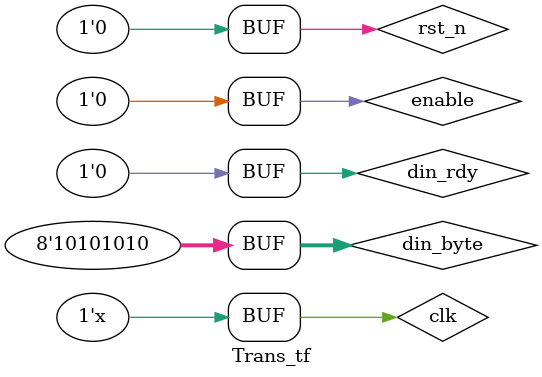
<source format=v>

`timescale  1ns/ 1ns
module Trans_tf();

// DATE:     10:52:04 07/21/2008 
// MODULE:   UA_Transmitter
// DESIGN:   UA_Transmitter
// FILENAME: Trans.v
// PROJECT:  uart1
// VERSION:  


// Inputs
    reg clk;
    reg rst_n;
    reg enable;
    reg din_rdy;
    reg [7:0] din_byte;


// Outputs
    wire ser_out;
    wire uart_ready;


// Bidirs


// Instantiate the UUT
    UA_Transmitter uut (
        .clk(clk), 
        .rst(rst_n), 
        .enable(enable), 
        .din_rdy(din_rdy), 
        .din_byte(din_byte), 
        .ser_out(ser_out), 
        .uart_ready(uart_ready)
        );


// Initialize Inputs
        initial begin
            clk = 0;
            rst_n = 0;
            enable = 0;
            din_rdy = 0;
            din_byte = 8'hAA;
		  #100 rst_n = 1;
		  #100 rst_n = 0;

		 #1000 din_rdy=1;
		 #100 din_rdy=0;


        end

always
#160 clk = ~clk;


always
begin
#((160*160)-160) enable =1 ;
#((160*160)) enable =0 ;
end




endmodule


</source>
